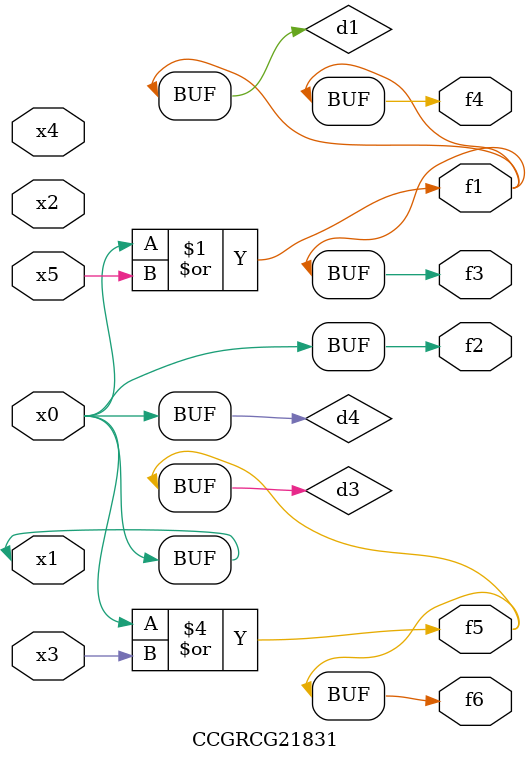
<source format=v>
module CCGRCG21831(
	input x0, x1, x2, x3, x4, x5,
	output f1, f2, f3, f4, f5, f6
);

	wire d1, d2, d3, d4;

	or (d1, x0, x5);
	xnor (d2, x1, x4);
	or (d3, x0, x3);
	buf (d4, x0, x1);
	assign f1 = d1;
	assign f2 = d4;
	assign f3 = d1;
	assign f4 = d1;
	assign f5 = d3;
	assign f6 = d3;
endmodule

</source>
